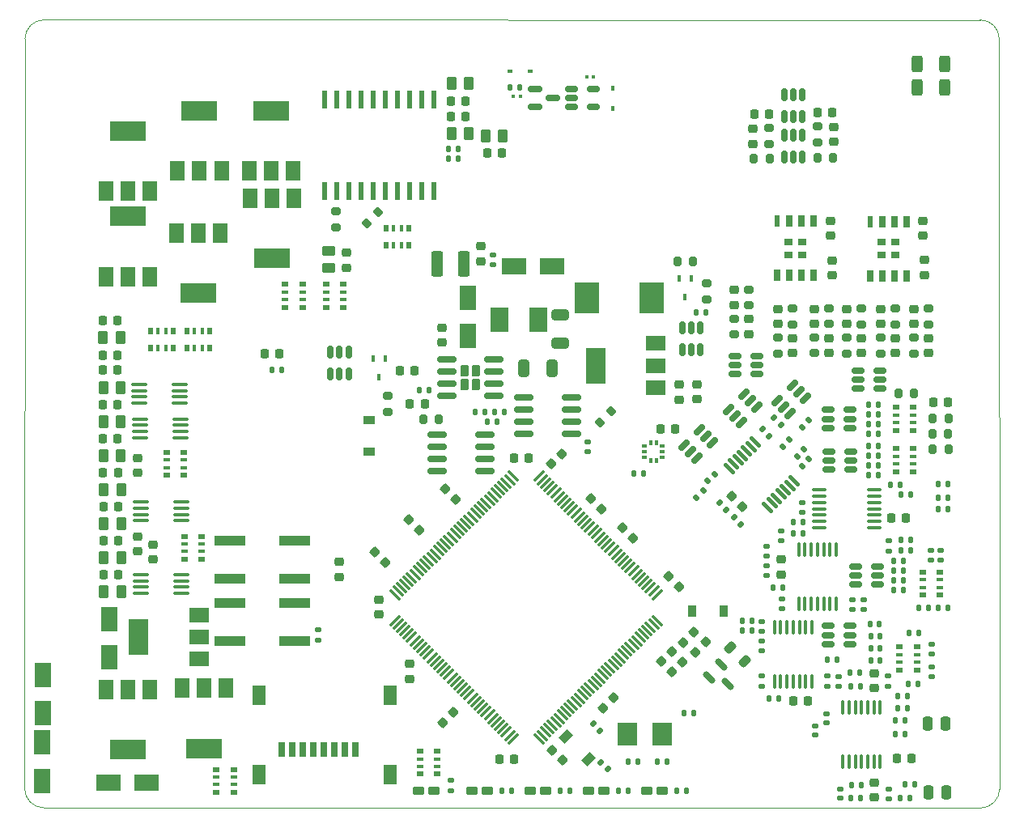
<source format=gbr>
G04 #@! TF.GenerationSoftware,KiCad,Pcbnew,(6.0.1)*
G04 #@! TF.CreationDate,2022-08-30T16:06:41+01:00*
G04 #@! TF.ProjectId,polygonus-Shortage-Version,706f6c79-676f-46e7-9573-2d53686f7274,rev?*
G04 #@! TF.SameCoordinates,Original*
G04 #@! TF.FileFunction,Paste,Top*
G04 #@! TF.FilePolarity,Positive*
%FSLAX46Y46*%
G04 Gerber Fmt 4.6, Leading zero omitted, Abs format (unit mm)*
G04 Created by KiCad (PCBNEW (6.0.1)) date 2022-08-30 16:06:41*
%MOMM*%
%LPD*%
G01*
G04 APERTURE LIST*
G04 Aperture macros list*
%AMRoundRect*
0 Rectangle with rounded corners*
0 $1 Rounding radius*
0 $2 $3 $4 $5 $6 $7 $8 $9 X,Y pos of 4 corners*
0 Add a 4 corners polygon primitive as box body*
4,1,4,$2,$3,$4,$5,$6,$7,$8,$9,$2,$3,0*
0 Add four circle primitives for the rounded corners*
1,1,$1+$1,$2,$3*
1,1,$1+$1,$4,$5*
1,1,$1+$1,$6,$7*
1,1,$1+$1,$8,$9*
0 Add four rect primitives between the rounded corners*
20,1,$1+$1,$2,$3,$4,$5,0*
20,1,$1+$1,$4,$5,$6,$7,0*
20,1,$1+$1,$6,$7,$8,$9,0*
20,1,$1+$1,$8,$9,$2,$3,0*%
%AMRotRect*
0 Rectangle, with rotation*
0 The origin of the aperture is its center*
0 $1 length*
0 $2 width*
0 $3 Rotation angle, in degrees counterclockwise*
0 Add horizontal line*
21,1,$1,$2,0,0,$3*%
G04 Aperture macros list end*
G04 #@! TA.AperFunction,Profile*
%ADD10C,0.050000*%
G04 #@! TD*
%ADD11RoundRect,0.225000X0.250000X-0.225000X0.250000X0.225000X-0.250000X0.225000X-0.250000X-0.225000X0*%
%ADD12RoundRect,0.135000X-0.135000X-0.185000X0.135000X-0.185000X0.135000X0.185000X-0.135000X0.185000X0*%
%ADD13RoundRect,0.135000X0.226274X0.035355X0.035355X0.226274X-0.226274X-0.035355X-0.035355X-0.226274X0*%
%ADD14RoundRect,0.100000X0.100000X-0.637500X0.100000X0.637500X-0.100000X0.637500X-0.100000X-0.637500X0*%
%ADD15RoundRect,0.100000X0.637500X0.100000X-0.637500X0.100000X-0.637500X-0.100000X0.637500X-0.100000X0*%
%ADD16R,0.650000X1.310000*%
%ADD17R,0.600000X1.310000*%
%ADD18R,0.900000X0.795000*%
%ADD19RoundRect,0.225000X-0.250000X0.225000X-0.250000X-0.225000X0.250000X-0.225000X0.250000X0.225000X0*%
%ADD20RoundRect,0.135000X-0.226274X-0.035355X-0.035355X-0.226274X0.226274X0.035355X0.035355X0.226274X0*%
%ADD21RoundRect,0.225000X-0.225000X-0.250000X0.225000X-0.250000X0.225000X0.250000X-0.225000X0.250000X0*%
%ADD22RoundRect,0.225000X0.017678X-0.335876X0.335876X-0.017678X-0.017678X0.335876X-0.335876X0.017678X0*%
%ADD23RoundRect,0.140000X-0.140000X-0.170000X0.140000X-0.170000X0.140000X0.170000X-0.140000X0.170000X0*%
%ADD24RoundRect,0.225000X0.335876X0.017678X0.017678X0.335876X-0.335876X-0.017678X-0.017678X-0.335876X0*%
%ADD25RoundRect,0.225000X-0.335876X-0.017678X-0.017678X-0.335876X0.335876X0.017678X0.017678X0.335876X0*%
%ADD26RoundRect,0.218750X0.424264X0.114905X0.114905X0.424264X-0.424264X-0.114905X-0.114905X-0.424264X0*%
%ADD27RoundRect,0.200000X0.200000X0.275000X-0.200000X0.275000X-0.200000X-0.275000X0.200000X-0.275000X0*%
%ADD28R,0.800000X0.500000*%
%ADD29R,0.800000X0.400000*%
%ADD30RoundRect,0.100000X0.521491X-0.380070X-0.380070X0.521491X-0.521491X0.380070X0.380070X-0.521491X0*%
%ADD31R,0.500000X0.800000*%
%ADD32R,0.400000X0.800000*%
%ADD33RoundRect,0.135000X0.135000X0.185000X-0.135000X0.185000X-0.135000X-0.185000X0.135000X-0.185000X0*%
%ADD34RoundRect,0.225000X0.225000X0.250000X-0.225000X0.250000X-0.225000X-0.250000X0.225000X-0.250000X0*%
%ADD35RoundRect,0.075000X0.521491X-0.415425X-0.415425X0.521491X-0.521491X0.415425X0.415425X-0.521491X0*%
%ADD36RoundRect,0.075000X0.521491X0.415425X0.415425X0.521491X-0.521491X-0.415425X-0.415425X-0.521491X0*%
%ADD37RoundRect,0.250000X-0.325000X-0.650000X0.325000X-0.650000X0.325000X0.650000X-0.325000X0.650000X0*%
%ADD38RoundRect,0.200000X-0.200000X-0.275000X0.200000X-0.275000X0.200000X0.275000X-0.200000X0.275000X0*%
%ADD39RoundRect,0.140000X0.140000X0.170000X-0.140000X0.170000X-0.140000X-0.170000X0.140000X-0.170000X0*%
%ADD40R,2.500000X1.800000*%
%ADD41RoundRect,0.250000X-0.262500X-0.450000X0.262500X-0.450000X0.262500X0.450000X-0.262500X0.450000X0*%
%ADD42RoundRect,0.100000X0.712500X0.100000X-0.712500X0.100000X-0.712500X-0.100000X0.712500X-0.100000X0*%
%ADD43RoundRect,0.212500X0.400000X0.212500X-0.400000X0.212500X-0.400000X-0.212500X0.400000X-0.212500X0*%
%ADD44RoundRect,0.135000X-0.185000X0.135000X-0.185000X-0.135000X0.185000X-0.135000X0.185000X0.135000X0*%
%ADD45RoundRect,0.200000X-0.275000X0.200000X-0.275000X-0.200000X0.275000X-0.200000X0.275000X0.200000X0*%
%ADD46RoundRect,0.200000X0.275000X-0.200000X0.275000X0.200000X-0.275000X0.200000X-0.275000X-0.200000X0*%
%ADD47R,1.200000X0.900000*%
%ADD48RoundRect,0.250000X0.312500X0.625000X-0.312500X0.625000X-0.312500X-0.625000X0.312500X-0.625000X0*%
%ADD49RoundRect,0.250000X-0.312500X-0.625000X0.312500X-0.625000X0.312500X0.625000X-0.312500X0.625000X0*%
%ADD50RoundRect,0.150000X0.150000X-0.512500X0.150000X0.512500X-0.150000X0.512500X-0.150000X-0.512500X0*%
%ADD51R,0.450000X0.700000*%
%ADD52RoundRect,0.135000X0.185000X-0.135000X0.185000X0.135000X-0.185000X0.135000X-0.185000X-0.135000X0*%
%ADD53R,2.500000X3.300000*%
%ADD54RoundRect,0.135000X-0.035355X0.226274X-0.226274X0.035355X0.035355X-0.226274X0.226274X-0.035355X0*%
%ADD55RoundRect,0.135000X0.035355X-0.226274X0.226274X-0.035355X-0.035355X0.226274X-0.226274X0.035355X0*%
%ADD56RoundRect,0.150000X0.512500X0.150000X-0.512500X0.150000X-0.512500X-0.150000X0.512500X-0.150000X0*%
%ADD57RoundRect,0.140000X-0.170000X0.140000X-0.170000X-0.140000X0.170000X-0.140000X0.170000X0.140000X0*%
%ADD58RoundRect,0.140000X0.170000X-0.140000X0.170000X0.140000X-0.170000X0.140000X-0.170000X-0.140000X0*%
%ADD59RoundRect,0.100000X-0.100000X0.637500X-0.100000X-0.637500X0.100000X-0.637500X0.100000X0.637500X0*%
%ADD60R,2.000000X1.500000*%
%ADD61R,2.000000X3.800000*%
%ADD62R,2.000000X2.400000*%
%ADD63RoundRect,0.230000X-0.230000X-0.375000X0.230000X-0.375000X0.230000X0.375000X-0.230000X0.375000X0*%
%ADD64RoundRect,0.150000X-0.825000X-0.150000X0.825000X-0.150000X0.825000X0.150000X-0.825000X0.150000X0*%
%ADD65R,1.800000X2.500000*%
%ADD66RoundRect,0.150000X-0.150000X0.512500X-0.150000X-0.512500X0.150000X-0.512500X0.150000X0.512500X0*%
%ADD67RoundRect,0.250000X0.375000X1.075000X-0.375000X1.075000X-0.375000X-1.075000X0.375000X-1.075000X0*%
%ADD68RoundRect,0.200000X-0.053033X0.335876X-0.335876X0.053033X0.053033X-0.335876X0.335876X-0.053033X0*%
%ADD69R,1.900000X2.500000*%
%ADD70RoundRect,0.250000X-0.650000X0.325000X-0.650000X-0.325000X0.650000X-0.325000X0.650000X0.325000X0*%
%ADD71RoundRect,0.250000X-0.250000X-0.475000X0.250000X-0.475000X0.250000X0.475000X-0.250000X0.475000X0*%
%ADD72R,0.800000X1.500000*%
%ADD73R,1.450000X2.000000*%
%ADD74RoundRect,0.250000X-0.450000X0.262500X-0.450000X-0.262500X0.450000X-0.262500X0.450000X0.262500X0*%
%ADD75RoundRect,0.150000X-0.521491X0.309359X0.309359X-0.521491X0.521491X-0.309359X-0.309359X0.521491X0*%
%ADD76RoundRect,0.100000X-0.100000X0.175000X-0.100000X-0.175000X0.100000X-0.175000X0.100000X0.175000X0*%
%ADD77RoundRect,0.100000X-0.175000X0.100000X-0.175000X-0.100000X0.175000X-0.100000X0.175000X0.100000X0*%
%ADD78R,3.200000X1.000000*%
%ADD79R,0.900000X1.200000*%
%ADD80RotRect,0.900000X1.200000X315.000000*%
%ADD81R,0.450000X0.600000*%
%ADD82RoundRect,0.150000X-0.512500X-0.150000X0.512500X-0.150000X0.512500X0.150000X-0.512500X0.150000X0*%
%ADD83R,1.500000X2.000000*%
%ADD84R,3.800000X2.000000*%
%ADD85RoundRect,0.150000X0.256326X0.468458X-0.468458X-0.256326X-0.256326X-0.468458X0.468458X0.256326X0*%
%ADD86R,0.550000X1.950000*%
%ADD87RoundRect,0.200000X0.053033X-0.335876X0.335876X-0.053033X-0.053033X0.335876X-0.335876X0.053033X0*%
%ADD88RoundRect,0.079500X-0.079500X-0.100500X0.079500X-0.100500X0.079500X0.100500X-0.079500X0.100500X0*%
%ADD89RoundRect,0.150000X-0.587500X-0.150000X0.587500X-0.150000X0.587500X0.150000X-0.587500X0.150000X0*%
%ADD90R,0.600000X0.450000*%
%ADD91RoundRect,0.150000X0.825000X0.150000X-0.825000X0.150000X-0.825000X-0.150000X0.825000X-0.150000X0*%
%ADD92RoundRect,0.079500X0.079500X0.100500X-0.079500X0.100500X-0.079500X-0.100500X0.079500X-0.100500X0*%
G04 APERTURE END LIST*
D10*
X27598758Y70480030D02*
X27566743Y-7944264D01*
X29598758Y72480030D02*
G75*
G03*
X27598758Y70480030I-1J-1999999D01*
G01*
X127511245Y72474911D02*
X29598758Y72480030D01*
X29566743Y-9944264D02*
X127539293Y-9975264D01*
X127539293Y-9975264D02*
G75*
G03*
X129539293Y-7975264I1J1999999D01*
G01*
X129539293Y-7975264D02*
X129511245Y70474911D01*
X27566743Y-7944264D02*
G75*
G03*
X29566743Y-9944264I1999999J-1D01*
G01*
X129511245Y70474911D02*
G75*
G03*
X127511245Y72474911I-1999999J1D01*
G01*
D11*
G04 #@! TO.C,C1015*
X112003326Y45778948D03*
X112003326Y47328948D03*
G04 #@! TD*
D12*
G04 #@! TO.C,R902*
X123130975Y21307317D03*
X124150975Y21307317D03*
G04 #@! TD*
G04 #@! TO.C,R903*
X123142194Y22496586D03*
X124162194Y22496586D03*
G04 #@! TD*
G04 #@! TO.C,R904*
X123119755Y23887806D03*
X124139755Y23887806D03*
G04 #@! TD*
D13*
G04 #@! TO.C,R1007*
X88562124Y-5885124D03*
X87840876Y-5163876D03*
G04 #@! TD*
D14*
G04 #@! TO.C,U801*
X108540000Y11361500D03*
X109190000Y11361500D03*
X109840000Y11361500D03*
X110490000Y11361500D03*
X111140000Y11361500D03*
X111790000Y11361500D03*
X112440000Y11361500D03*
X112440000Y17086500D03*
X111790000Y17086500D03*
X111140000Y17086500D03*
X110490000Y17086500D03*
X109840000Y17086500D03*
X109190000Y17086500D03*
X108540000Y17086500D03*
G04 #@! TD*
D15*
G04 #@! TO.C,U901*
X116400500Y19386000D03*
X116400500Y20036000D03*
X116400500Y20686000D03*
X116400500Y21336000D03*
X116400500Y21986000D03*
X116400500Y22636000D03*
X116400500Y23286000D03*
X110675500Y23286000D03*
X110675500Y22636000D03*
X110675500Y21986000D03*
X110675500Y21336000D03*
X110675500Y20686000D03*
X110675500Y20036000D03*
X110675500Y19386000D03*
G04 #@! TD*
D16*
G04 #@! TO.C,U1004*
X119814671Y51392123D03*
X118544671Y51392123D03*
X117274671Y51392123D03*
D17*
X116004671Y51392123D03*
D16*
X116004671Y45702123D03*
X117274671Y45702123D03*
X118544671Y45702123D03*
X119814671Y45702123D03*
D18*
X118659671Y49209623D03*
X117159671Y47884623D03*
X118659671Y47884623D03*
X117159671Y49209623D03*
G04 #@! TD*
D16*
G04 #@! TO.C,U1005*
X110083142Y51429989D03*
X108813142Y51429989D03*
X107543142Y51429989D03*
D17*
X106273142Y51429989D03*
D16*
X106273142Y45739989D03*
X107543142Y45739989D03*
X108813142Y45739989D03*
X110083142Y45739989D03*
D18*
X108928142Y47922489D03*
X107428142Y49247489D03*
X107428142Y47922489D03*
X108928142Y49247489D03*
G04 #@! TD*
D19*
G04 #@! TO.C,C1016*
X121539912Y51428769D03*
X121539912Y49878769D03*
G04 #@! TD*
D11*
G04 #@! TO.C,C1017*
X121694368Y45805498D03*
X121694368Y47355498D03*
G04 #@! TD*
D19*
G04 #@! TO.C,C1018*
X111896736Y51445598D03*
X111896736Y49895598D03*
G04 #@! TD*
D20*
G04 #@! TO.C,R1006*
X87015376Y-1163376D03*
X87736624Y-1884624D03*
G04 #@! TD*
D21*
G04 #@! TO.C,C701*
X107937000Y1270000D03*
X109487000Y1270000D03*
G04 #@! TD*
D11*
G04 #@! TO.C,C801*
X106680000Y14465000D03*
X106680000Y16015000D03*
G04 #@! TD*
D21*
G04 #@! TO.C,C901*
X118194266Y20335608D03*
X119744266Y20335608D03*
G04 #@! TD*
D22*
G04 #@! TO.C,C1518*
X82636992Y25994992D03*
X83733008Y27091008D03*
G04 #@! TD*
D23*
G04 #@! TO.C,C1521*
X90706000Y-5080000D03*
X91666000Y-5080000D03*
G04 #@! TD*
D21*
G04 #@! TO.C,C1503*
X78727000Y26670000D03*
X80277000Y26670000D03*
G04 #@! TD*
D24*
G04 #@! TO.C,C1505*
X95290008Y4277992D03*
X94193992Y5374008D03*
G04 #@! TD*
G04 #@! TO.C,C1506*
X96052008Y13167992D03*
X94955992Y14264008D03*
G04 #@! TD*
D25*
G04 #@! TO.C,C1507*
X71587992Y23408008D03*
X72684008Y22311992D03*
G04 #@! TD*
D22*
G04 #@! TO.C,C1501*
X96479992Y7325992D03*
X97576008Y8422008D03*
G04 #@! TD*
G04 #@! TO.C,C1502*
X97749992Y6309992D03*
X98846008Y7406008D03*
G04 #@! TD*
D24*
G04 #@! TO.C,C1101*
X102656008Y21549992D03*
X101559992Y22646008D03*
G04 #@! TD*
D26*
G04 #@! TO.C,FB1501*
X102859301Y5344699D03*
X101356699Y6847301D03*
G04 #@! TD*
D12*
G04 #@! TO.C,R901*
X119202315Y18098535D03*
X120222315Y18098535D03*
G04 #@! TD*
G04 #@! TO.C,R1502*
X96518000Y0D03*
X97538000Y0D03*
G04 #@! TD*
D27*
G04 #@! TO.C,R1101*
X124203537Y27547316D03*
X122553537Y27547316D03*
G04 #@! TD*
G04 #@! TO.C,R1102*
X124169878Y29129268D03*
X122519878Y29129268D03*
G04 #@! TD*
G04 #@! TO.C,R1103*
X124181098Y30789757D03*
X122531098Y30789757D03*
G04 #@! TD*
G04 #@! TO.C,R1104*
X120586000Y33401000D03*
X118936000Y33401000D03*
G04 #@! TD*
D28*
G04 #@! TO.C,RN701*
X120887074Y4487074D03*
D29*
X120887074Y5287074D03*
X120887074Y6087074D03*
D28*
X120887074Y6887074D03*
X119087074Y6887074D03*
D29*
X119087074Y6087074D03*
X119087074Y5287074D03*
D28*
X119087074Y4487074D03*
G04 #@! TD*
G04 #@! TO.C,RN801*
X123301709Y12312926D03*
D29*
X123301709Y13112926D03*
X123301709Y13912926D03*
D28*
X123301709Y14712926D03*
X121501709Y14712926D03*
D29*
X121501709Y13912926D03*
X121501709Y13112926D03*
D28*
X121501709Y12312926D03*
G04 #@! TD*
G04 #@! TO.C,RN901*
X120534000Y25216000D03*
D29*
X120534000Y26016000D03*
X120534000Y26816000D03*
D28*
X120534000Y27616000D03*
X118734000Y27616000D03*
D29*
X118734000Y26816000D03*
X118734000Y26016000D03*
D28*
X118734000Y25216000D03*
G04 #@! TD*
G04 #@! TO.C,RN1101*
X120534000Y29534000D03*
D29*
X120534000Y30334000D03*
X120534000Y31134000D03*
D28*
X120534000Y31934000D03*
X118734000Y31934000D03*
D29*
X118734000Y31134000D03*
X118734000Y30334000D03*
D28*
X118734000Y29534000D03*
G04 #@! TD*
D30*
G04 #@! TO.C,U1101*
X105293235Y21489049D03*
X105752854Y21948668D03*
X106212474Y22408287D03*
X106672093Y22867907D03*
X107131713Y23327526D03*
X107591332Y23787146D03*
X108050951Y24246765D03*
X104002765Y28294951D03*
X103543146Y27835332D03*
X103083526Y27375713D03*
X102623907Y26916093D03*
X102164287Y26456474D03*
X101704668Y25996854D03*
X101245049Y25537235D03*
G04 #@! TD*
D21*
G04 #@! TO.C,C1516*
X52662462Y37533142D03*
X54212462Y37533142D03*
G04 #@! TD*
D12*
G04 #@! TO.C,R1501*
X53400730Y35884875D03*
X54420730Y35884875D03*
G04 #@! TD*
D19*
G04 #@! TO.C,C1301*
X61218413Y48102703D03*
X61218413Y46552703D03*
G04 #@! TD*
D21*
G04 #@! TO.C,C1302*
X75971164Y58519287D03*
X77521164Y58519287D03*
G04 #@! TD*
D31*
G04 #@! TO.C,RN1301*
X67750175Y50664268D03*
D32*
X66950175Y50664268D03*
X66150175Y50664268D03*
D31*
X65350175Y50664268D03*
X65350175Y48864268D03*
D32*
X66150175Y48864268D03*
X66950175Y48864268D03*
D31*
X67750175Y48864268D03*
G04 #@! TD*
D19*
G04 #@! TO.C,C1523*
X97854133Y34331095D03*
X97854133Y32781095D03*
G04 #@! TD*
D33*
G04 #@! TO.C,R1504*
X98808000Y41910000D03*
X97788000Y41910000D03*
G04 #@! TD*
D14*
G04 #@! TO.C,U701*
X106000000Y3233500D03*
X106650000Y3233500D03*
X107300000Y3233500D03*
X107950000Y3233500D03*
X108600000Y3233500D03*
X109250000Y3233500D03*
X109900000Y3233500D03*
X109900000Y8958500D03*
X109250000Y8958500D03*
X108600000Y8958500D03*
X107950000Y8958500D03*
X107300000Y8958500D03*
X106650000Y8958500D03*
X106000000Y8958500D03*
G04 #@! TD*
D25*
G04 #@! TO.C,C1508*
X67777992Y20207608D03*
X68874008Y19111592D03*
G04 #@! TD*
D24*
G04 #@! TO.C,C1509*
X91226008Y18247992D03*
X90129992Y19344008D03*
G04 #@! TD*
D19*
G04 #@! TO.C,C1510*
X67818000Y5093000D03*
X67818000Y3543000D03*
G04 #@! TD*
D34*
G04 #@! TO.C,C1511*
X78753000Y-4826000D03*
X77203000Y-4826000D03*
G04 #@! TD*
D11*
G04 #@! TO.C,C1513*
X64643000Y10274000D03*
X64643000Y11824000D03*
G04 #@! TD*
D22*
G04 #@! TO.C,C1515*
X88097992Y467992D03*
X89194008Y1564008D03*
G04 #@! TD*
D35*
G04 #@! TO.C,U1501*
X81352342Y-2726710D03*
X81705895Y-2373157D03*
X82059449Y-2019604D03*
X82413002Y-1666050D03*
X82766555Y-1312497D03*
X83120109Y-958943D03*
X83473662Y-605390D03*
X83827215Y-251837D03*
X84180769Y101717D03*
X84534322Y455270D03*
X84887876Y808824D03*
X85241429Y1162377D03*
X85594982Y1515930D03*
X85948536Y1869484D03*
X86302089Y2223037D03*
X86655643Y2576590D03*
X87009196Y2930144D03*
X87362749Y3283697D03*
X87716303Y3637251D03*
X88069856Y3990804D03*
X88423410Y4344357D03*
X88776963Y4697911D03*
X89130516Y5051464D03*
X89484070Y5405018D03*
X89837623Y5758571D03*
X90191176Y6112124D03*
X90544730Y6465678D03*
X90898283Y6819231D03*
X91251837Y7172785D03*
X91605390Y7526338D03*
X91958943Y7879891D03*
X92312497Y8233445D03*
X92666050Y8586998D03*
X93019604Y8940551D03*
X93373157Y9294105D03*
X93726710Y9647658D03*
D36*
X93726710Y12352342D03*
X93373157Y12705895D03*
X93019604Y13059449D03*
X92666050Y13413002D03*
X92312497Y13766555D03*
X91958943Y14120109D03*
X91605390Y14473662D03*
X91251837Y14827215D03*
X90898283Y15180769D03*
X90544730Y15534322D03*
X90191176Y15887876D03*
X89837623Y16241429D03*
X89484070Y16594982D03*
X89130516Y16948536D03*
X88776963Y17302089D03*
X88423410Y17655643D03*
X88069856Y18009196D03*
X87716303Y18362749D03*
X87362749Y18716303D03*
X87009196Y19069856D03*
X86655643Y19423410D03*
X86302089Y19776963D03*
X85948536Y20130516D03*
X85594982Y20484070D03*
X85241429Y20837623D03*
X84887876Y21191176D03*
X84534322Y21544730D03*
X84180769Y21898283D03*
X83827215Y22251837D03*
X83473662Y22605390D03*
X83120109Y22958943D03*
X82766555Y23312497D03*
X82413002Y23666050D03*
X82059449Y24019604D03*
X81705895Y24373157D03*
X81352342Y24726710D03*
D35*
X78647658Y24726710D03*
X78294105Y24373157D03*
X77940551Y24019604D03*
X77586998Y23666050D03*
X77233445Y23312497D03*
X76879891Y22958943D03*
X76526338Y22605390D03*
X76172785Y22251837D03*
X75819231Y21898283D03*
X75465678Y21544730D03*
X75112124Y21191176D03*
X74758571Y20837623D03*
X74405018Y20484070D03*
X74051464Y20130516D03*
X73697911Y19776963D03*
X73344357Y19423410D03*
X72990804Y19069856D03*
X72637251Y18716303D03*
X72283697Y18362749D03*
X71930144Y18009196D03*
X71576590Y17655643D03*
X71223037Y17302089D03*
X70869484Y16948536D03*
X70515930Y16594982D03*
X70162377Y16241429D03*
X69808824Y15887876D03*
X69455270Y15534322D03*
X69101717Y15180769D03*
X68748163Y14827215D03*
X68394610Y14473662D03*
X68041057Y14120109D03*
X67687503Y13766555D03*
X67333950Y13413002D03*
X66980396Y13059449D03*
X66626843Y12705895D03*
X66273290Y12352342D03*
D36*
X66273290Y9647658D03*
X66626843Y9294105D03*
X66980396Y8940551D03*
X67333950Y8586998D03*
X67687503Y8233445D03*
X68041057Y7879891D03*
X68394610Y7526338D03*
X68748163Y7172785D03*
X69101717Y6819231D03*
X69455270Y6465678D03*
X69808824Y6112124D03*
X70162377Y5758571D03*
X70515930Y5405018D03*
X70869484Y5051464D03*
X71223037Y4697911D03*
X71576590Y4344357D03*
X71930144Y3990804D03*
X72283697Y3637251D03*
X72637251Y3283697D03*
X72990804Y2930144D03*
X73344357Y2576590D03*
X73697911Y2223037D03*
X74051464Y1869484D03*
X74405018Y1515930D03*
X74758571Y1162377D03*
X75112124Y808824D03*
X75465678Y455270D03*
X75819231Y101717D03*
X76172785Y-251837D03*
X76526338Y-605390D03*
X76879891Y-958943D03*
X77233445Y-1312497D03*
X77586998Y-1666050D03*
X77940551Y-2019604D03*
X78294105Y-2373157D03*
X78647658Y-2726710D03*
G04 #@! TD*
D34*
G04 #@! TO.C,C1002*
X68339000Y35814000D03*
X66789000Y35814000D03*
G04 #@! TD*
D37*
G04 #@! TO.C,C1004*
X79805000Y36068000D03*
X82755000Y36068000D03*
G04 #@! TD*
D38*
G04 #@! TO.C,R1004*
X95822000Y47244000D03*
X97472000Y47244000D03*
G04 #@! TD*
D39*
G04 #@! TO.C,C1522*
X94714000Y-5080000D03*
X93754000Y-5080000D03*
G04 #@! TD*
D24*
G04 #@! TO.C,C1504*
X87924008Y21295992D03*
X86827992Y22392008D03*
G04 #@! TD*
D28*
G04 #@! TO.C,RN501*
X49438751Y-8325729D03*
D29*
X49438751Y-7525729D03*
X49438751Y-6725729D03*
D28*
X49438751Y-5925729D03*
X47638751Y-5925729D03*
D29*
X47638751Y-6725729D03*
X47638751Y-7525729D03*
D28*
X47638751Y-8325729D03*
G04 #@! TD*
D31*
G04 #@! TO.C,RN201*
X44527547Y38147586D03*
D32*
X45327547Y38147586D03*
X46127547Y38147586D03*
D31*
X46927547Y38147586D03*
X46927547Y39947586D03*
D32*
X46127547Y39947586D03*
X45327547Y39947586D03*
D31*
X44527547Y39947586D03*
G04 #@! TD*
G04 #@! TO.C,RN301*
X40707013Y38147586D03*
D32*
X41507013Y38147586D03*
X42307013Y38147586D03*
D31*
X43107013Y38147586D03*
X43107013Y39947586D03*
D32*
X42307013Y39947586D03*
X41507013Y39947586D03*
D31*
X40707013Y39947586D03*
G04 #@! TD*
D11*
G04 #@! TO.C,C1006*
X75311000Y47231000D03*
X75311000Y48781000D03*
G04 #@! TD*
D40*
G04 #@! TO.C,D903*
X78772000Y46736000D03*
X82772000Y46736000D03*
G04 #@! TD*
D28*
G04 #@! TO.C,RN202*
X60892921Y42396889D03*
D29*
X60892921Y43196889D03*
X60892921Y43996889D03*
D28*
X60892921Y44796889D03*
X59092921Y44796889D03*
D29*
X59092921Y43996889D03*
X59092921Y43196889D03*
D28*
X59092921Y42396889D03*
G04 #@! TD*
G04 #@! TO.C,RN302*
X56624059Y42396889D03*
D29*
X56624059Y43196889D03*
X56624059Y43996889D03*
D28*
X56624059Y44796889D03*
X54824059Y44796889D03*
D29*
X54824059Y43996889D03*
X54824059Y43196889D03*
D28*
X54824059Y42396889D03*
G04 #@! TD*
G04 #@! TO.C,RN502*
X68932197Y-4025853D03*
D29*
X68932197Y-4825853D03*
X68932197Y-5625853D03*
D28*
X68932197Y-6425853D03*
X70732197Y-6425853D03*
D29*
X70732197Y-5625853D03*
X70732197Y-4825853D03*
D28*
X70732197Y-4025853D03*
G04 #@! TD*
D11*
G04 #@! TO.C,C1604*
X39417944Y16895591D03*
X39417944Y18445591D03*
G04 #@! TD*
D21*
G04 #@! TO.C,C1605*
X35811605Y14418165D03*
X37361605Y14418165D03*
G04 #@! TD*
G04 #@! TO.C,C1606*
X35811605Y17991793D03*
X37361605Y17991793D03*
G04 #@! TD*
D19*
G04 #@! TO.C,C1607*
X40957852Y17573129D03*
X40957852Y16023129D03*
G04 #@! TD*
D21*
G04 #@! TO.C,C1608*
X35798610Y21539431D03*
X37348610Y21539431D03*
G04 #@! TD*
G04 #@! TO.C,C1609*
X35759625Y25087070D03*
X37309625Y25087070D03*
G04 #@! TD*
D11*
G04 #@! TO.C,C1701*
X39371411Y25063581D03*
X39371411Y26613581D03*
G04 #@! TD*
D21*
G04 #@! TO.C,C1702*
X35754925Y28660698D03*
X37304925Y28660698D03*
G04 #@! TD*
G04 #@! TO.C,C1703*
X35728935Y32195341D03*
X37278935Y32195341D03*
G04 #@! TD*
G04 #@! TO.C,C1704*
X35714668Y41015081D03*
X37264668Y41015081D03*
G04 #@! TD*
G04 #@! TO.C,C1705*
X35720640Y35845890D03*
X37270640Y35845890D03*
G04 #@! TD*
G04 #@! TO.C,C1706*
X35702945Y37405291D03*
X37252945Y37405291D03*
G04 #@! TD*
D41*
G04 #@! TO.C,R1601*
X35869031Y12637848D03*
X37694031Y12637848D03*
G04 #@! TD*
G04 #@! TO.C,R1602*
X35869031Y16198482D03*
X37694031Y16198482D03*
G04 #@! TD*
G04 #@! TO.C,R1603*
X35856036Y19759115D03*
X37681036Y19759115D03*
G04 #@! TD*
G04 #@! TO.C,R1604*
X35845890Y23319748D03*
X37670890Y23319748D03*
G04 #@! TD*
G04 #@! TO.C,R1701*
X35806905Y26867386D03*
X37631905Y26867386D03*
G04 #@! TD*
G04 #@! TO.C,R1702*
X35804056Y30441014D03*
X37629056Y30441014D03*
G04 #@! TD*
G04 #@! TO.C,R1703*
X35793910Y33974608D03*
X37618910Y33974608D03*
G04 #@! TD*
G04 #@! TO.C,R1704*
X35772093Y39221769D03*
X37597093Y39221769D03*
G04 #@! TD*
D42*
G04 #@! TO.C,U1602*
X43967008Y12485208D03*
X43967008Y13135208D03*
X43967008Y13785208D03*
X43967008Y14435208D03*
X39742008Y14435208D03*
X39742008Y13785208D03*
X39742008Y13135208D03*
X39742008Y12485208D03*
G04 #@! TD*
G04 #@! TO.C,U1603*
X43967008Y20067797D03*
X43967008Y20717797D03*
X43967008Y21367797D03*
X43967008Y22017797D03*
X39742008Y22017797D03*
X39742008Y21367797D03*
X39742008Y20717797D03*
X39742008Y20067797D03*
G04 #@! TD*
G04 #@! TO.C,U1701*
X43881730Y28772205D03*
X43881730Y29422205D03*
X43881730Y30072205D03*
X43881730Y30722205D03*
X39656730Y30722205D03*
X39656730Y30072205D03*
X39656730Y29422205D03*
X39656730Y28772205D03*
G04 #@! TD*
G04 #@! TO.C,U1702*
X43798073Y32377947D03*
X43798073Y33027947D03*
X43798073Y33677947D03*
X43798073Y34327947D03*
X39573073Y34327947D03*
X39573073Y33677947D03*
X39573073Y33027947D03*
X39573073Y32377947D03*
G04 #@! TD*
D43*
G04 #@! TO.C,D1502*
X70408500Y-8128000D03*
X68783500Y-8128000D03*
G04 #@! TD*
D44*
G04 #@! TO.C,R1508*
X72136000Y-7110000D03*
X72136000Y-8130000D03*
G04 #@! TD*
D28*
G04 #@! TO.C,RN1601*
X46064463Y16053702D03*
D29*
X46064463Y16853702D03*
X46064463Y17653702D03*
D28*
X46064463Y18453702D03*
X44264463Y18453702D03*
D29*
X44264463Y17653702D03*
X44264463Y16853702D03*
D28*
X44264463Y16053702D03*
G04 #@! TD*
G04 #@! TO.C,RN1701*
X42416447Y27223760D03*
D29*
X42416447Y26423760D03*
X42416447Y25623760D03*
D28*
X42416447Y24823760D03*
X44216447Y24823760D03*
D29*
X44216447Y25623760D03*
X44216447Y26423760D03*
D28*
X44216447Y27223760D03*
G04 #@! TD*
D11*
G04 #@! TO.C,C1204*
X110169903Y40696474D03*
X110169903Y42246474D03*
G04 #@! TD*
G04 #@! TO.C,C1208*
X103319940Y39608627D03*
X103319940Y41158627D03*
G04 #@! TD*
G04 #@! TO.C,C1402*
X115092196Y37604500D03*
X115092196Y39154500D03*
G04 #@! TD*
G04 #@! TO.C,C1403*
X120556828Y40690713D03*
X120556828Y42240713D03*
G04 #@! TD*
G04 #@! TO.C,C1404*
X122080828Y37642713D03*
X122080828Y39192713D03*
G04 #@! TD*
G04 #@! TO.C,C1405*
X117080632Y40674706D03*
X117080632Y42224706D03*
G04 #@! TD*
G04 #@! TO.C,C1406*
X118604632Y37626706D03*
X118604632Y39176706D03*
G04 #@! TD*
G04 #@! TO.C,C1407*
X106349131Y40643085D03*
X106349131Y42193085D03*
G04 #@! TD*
G04 #@! TO.C,C1408*
X107881702Y37604825D03*
X107881702Y39154825D03*
G04 #@! TD*
D45*
G04 #@! TO.C,R1201*
X111693903Y42296474D03*
X111693903Y40646474D03*
G04 #@! TD*
D46*
G04 #@! TO.C,R1202*
X110169903Y37598474D03*
X110169903Y39248474D03*
G04 #@! TD*
D45*
G04 #@! TO.C,R1203*
X103319940Y44256627D03*
X103319940Y42606627D03*
G04 #@! TD*
D46*
G04 #@! TO.C,R1204*
X101795940Y39558627D03*
X101795940Y41208627D03*
G04 #@! TD*
D45*
G04 #@! TO.C,R1401*
X115092196Y42252500D03*
X115092196Y40602500D03*
G04 #@! TD*
D46*
G04 #@! TO.C,R1402*
X113568196Y37554500D03*
X113568196Y39204500D03*
G04 #@! TD*
D45*
G04 #@! TO.C,R1403*
X122080828Y42290713D03*
X122080828Y40640713D03*
G04 #@! TD*
D46*
G04 #@! TO.C,R1404*
X120556828Y37592713D03*
X120556828Y39242713D03*
G04 #@! TD*
D45*
G04 #@! TO.C,R1405*
X118604632Y42274706D03*
X118604632Y40624706D03*
G04 #@! TD*
D46*
G04 #@! TO.C,R1406*
X117080632Y37576706D03*
X117080632Y39226706D03*
G04 #@! TD*
D45*
G04 #@! TO.C,R1407*
X107881702Y42252825D03*
X107881702Y40602825D03*
G04 #@! TD*
D21*
G04 #@! TO.C,C1409*
X122603537Y32450246D03*
X124153537Y32450246D03*
G04 #@! TD*
D46*
G04 #@! TO.C,R1408*
X106357702Y37554825D03*
X106357702Y39204825D03*
G04 #@! TD*
D11*
G04 #@! TO.C,C1401*
X113568196Y40652500D03*
X113568196Y42202500D03*
G04 #@! TD*
G04 #@! TO.C,C1207*
X101795940Y42656627D03*
X101795940Y44206627D03*
G04 #@! TD*
G04 #@! TO.C,C1205*
X111693903Y37648474D03*
X111693903Y39198474D03*
G04 #@! TD*
D24*
G04 #@! TO.C,C1519*
X65318008Y15707992D03*
X64221992Y16804008D03*
G04 #@! TD*
D22*
G04 #@! TO.C,C1512*
X71333992Y-1056008D03*
X72430008Y40008D03*
G04 #@! TD*
D47*
G04 #@! TO.C,D1503*
X63597462Y27342595D03*
X63597462Y30642595D03*
G04 #@! TD*
D48*
G04 #@! TO.C,F101*
X123834448Y67857561D03*
X120909448Y67857561D03*
G04 #@! TD*
D49*
G04 #@! TO.C,F102*
X120909448Y65434146D03*
X123834448Y65434146D03*
G04 #@! TD*
D43*
G04 #@! TO.C,D1504*
X75996500Y-8128000D03*
X74371500Y-8128000D03*
G04 #@! TD*
G04 #@! TO.C,D1505*
X82092500Y-8128000D03*
X80467500Y-8128000D03*
G04 #@! TD*
G04 #@! TO.C,D1506*
X88188500Y-8128000D03*
X86563500Y-8128000D03*
G04 #@! TD*
G04 #@! TO.C,D1507*
X94284500Y-8128000D03*
X92659500Y-8128000D03*
G04 #@! TD*
D33*
G04 #@! TO.C,R1509*
X78488000Y-8128000D03*
X77468000Y-8128000D03*
G04 #@! TD*
G04 #@! TO.C,R1510*
X84584000Y-8128000D03*
X83564000Y-8128000D03*
G04 #@! TD*
G04 #@! TO.C,R1511*
X90680000Y-8128000D03*
X89660000Y-8128000D03*
G04 #@! TD*
G04 #@! TO.C,R1512*
X96776000Y-8128000D03*
X95756000Y-8128000D03*
G04 #@! TD*
D50*
G04 #@! TO.C,U1502*
X59549201Y35442083D03*
X60499201Y35442083D03*
X61449201Y35442083D03*
X61449201Y37717083D03*
X60499201Y37717083D03*
X59549201Y37717083D03*
G04 #@! TD*
D51*
G04 #@! TO.C,D1*
X97297000Y45450000D03*
X95997000Y45450000D03*
X96647000Y43450000D03*
G04 #@! TD*
D52*
G04 #@! TO.C,R1513*
X58293000Y7618000D03*
X58293000Y8638000D03*
G04 #@! TD*
D11*
G04 #@! TO.C,C1517*
X60452000Y14211000D03*
X60452000Y15761000D03*
G04 #@! TD*
D53*
G04 #@! TO.C,D1001*
X86389000Y43434000D03*
X93189000Y43434000D03*
G04 #@! TD*
D39*
G04 #@! TO.C,C1*
X117050731Y5485123D03*
X116090731Y5485123D03*
G04 #@! TD*
G04 #@! TO.C,C2*
X117013333Y6752357D03*
X116053333Y6752357D03*
G04 #@! TD*
G04 #@! TO.C,C3*
X117013333Y8001463D03*
X116053333Y8001463D03*
G04 #@! TD*
G04 #@! TO.C,C4*
X116948535Y9269269D03*
X115988535Y9269269D03*
G04 #@! TD*
G04 #@! TO.C,C5*
X119451414Y12830291D03*
X118491414Y12830291D03*
G04 #@! TD*
G04 #@! TO.C,C6*
X119451414Y13846291D03*
X118491414Y13846291D03*
G04 #@! TD*
G04 #@! TO.C,C7*
X119451414Y14862291D03*
X118491414Y14862291D03*
G04 #@! TD*
G04 #@! TO.C,C8*
X119451414Y15878291D03*
X118491414Y15878291D03*
G04 #@! TD*
G04 #@! TO.C,C9*
X116812000Y24892000D03*
X115852000Y24892000D03*
G04 #@! TD*
G04 #@! TO.C,C10*
X116812000Y25908000D03*
X115852000Y25908000D03*
G04 #@! TD*
G04 #@! TO.C,C11*
X116812000Y26924000D03*
X115852000Y26924000D03*
G04 #@! TD*
G04 #@! TO.C,C12*
X116812000Y27940000D03*
X115852000Y27940000D03*
G04 #@! TD*
G04 #@! TO.C,C13*
X116812000Y29210000D03*
X115852000Y29210000D03*
G04 #@! TD*
G04 #@! TO.C,C14*
X116812000Y30226000D03*
X115852000Y30226000D03*
G04 #@! TD*
G04 #@! TO.C,C15*
X116812000Y31242000D03*
X115852000Y31242000D03*
G04 #@! TD*
G04 #@! TO.C,C16*
X116812000Y32258000D03*
X115852000Y32258000D03*
G04 #@! TD*
D44*
G04 #@! TO.C,R2*
X111506000Y3812000D03*
X111506000Y2792000D03*
G04 #@! TD*
D12*
G04 #@! TO.C,R3*
X102614000Y9652000D03*
X103634000Y9652000D03*
G04 #@! TD*
D44*
G04 #@! TO.C,R5*
X104648000Y3812000D03*
X104648000Y2792000D03*
G04 #@! TD*
D33*
G04 #@! TO.C,R6*
X112524000Y5588000D03*
X111504000Y5588000D03*
G04 #@! TD*
G04 #@! TO.C,R7*
X103634000Y8636000D03*
X102614000Y8636000D03*
G04 #@! TD*
D52*
G04 #@! TO.C,R8*
X104648000Y6475000D03*
X104648000Y7495000D03*
G04 #@! TD*
D44*
G04 #@! TO.C,R10*
X114170249Y11813169D03*
X114170249Y10793169D03*
G04 #@! TD*
D52*
G04 #@! TO.C,R11*
X105210083Y16394023D03*
X105210083Y17414023D03*
G04 #@! TD*
D44*
G04 #@! TO.C,R12*
X106670598Y18987536D03*
X106670598Y17967536D03*
G04 #@! TD*
D12*
G04 #@! TO.C,R13*
X105870812Y13059024D03*
X106890812Y13059024D03*
G04 #@! TD*
D52*
G04 #@! TO.C,R14*
X115348298Y10776340D03*
X115348298Y11796340D03*
G04 #@! TD*
G04 #@! TO.C,R15*
X105191834Y14313579D03*
X105191834Y15333579D03*
G04 #@! TD*
D33*
G04 #@! TO.C,R16*
X108968000Y18796000D03*
X107948000Y18796000D03*
G04 #@! TD*
D52*
G04 #@! TO.C,R17*
X117988779Y16933414D03*
X117988779Y17953414D03*
G04 #@! TD*
D33*
G04 #@! TO.C,R18*
X119128000Y23876000D03*
X118108000Y23876000D03*
G04 #@! TD*
D20*
G04 #@! TO.C,R19*
X101747376Y20426624D03*
X102468624Y19705376D03*
G04 #@! TD*
D12*
G04 #@! TO.C,R20*
X107957643Y19923577D03*
X108977643Y19923577D03*
G04 #@! TD*
D33*
G04 #@! TO.C,R21*
X120215366Y16949755D03*
X119195366Y16949755D03*
G04 #@! TD*
G04 #@! TO.C,R22*
X120242193Y22792682D03*
X119222193Y22792682D03*
G04 #@! TD*
D20*
G04 #@! TO.C,R23*
X100223376Y21950624D03*
X100944624Y21229376D03*
G04 #@! TD*
D44*
G04 #@! TO.C,R24*
X108905853Y21991843D03*
X108905853Y20971843D03*
G04 #@! TD*
D54*
G04 #@! TO.C,R25*
X107548624Y28554624D03*
X106827376Y27833376D03*
G04 #@! TD*
G04 #@! TO.C,R26*
X109072624Y27538624D03*
X108351376Y26817376D03*
G04 #@! TD*
D20*
G04 #@! TO.C,R27*
X104730593Y29678182D03*
X105451841Y28956934D03*
G04 #@! TD*
D55*
G04 #@! TO.C,R28*
X98993517Y24246923D03*
X99714765Y24968171D03*
G04 #@! TD*
D54*
G04 #@! TO.C,R29*
X109580624Y30586624D03*
X108859376Y29865376D03*
G04 #@! TD*
D55*
G04 #@! TO.C,R30*
X108859376Y25801376D03*
X109580624Y26522624D03*
G04 #@! TD*
G04 #@! TO.C,R32*
X97825602Y22499375D03*
X98546850Y23220623D03*
G04 #@! TD*
D12*
G04 #@! TO.C,R801*
X123112198Y10966584D03*
X124132198Y10966584D03*
G04 #@! TD*
D33*
G04 #@! TO.C,R704*
X121106096Y8349268D03*
X120086096Y8349268D03*
G04 #@! TD*
D52*
G04 #@! TO.C,R804*
X123405365Y15930488D03*
X123405365Y16950488D03*
G04 #@! TD*
G04 #@! TO.C,R803*
X122350730Y15938617D03*
X122350730Y16958617D03*
G04 #@! TD*
D33*
G04 #@! TO.C,R802*
X122079026Y10983413D03*
X121059026Y10983413D03*
G04 #@! TD*
D52*
G04 #@! TO.C,R703*
X122447317Y6145121D03*
X122447317Y7165121D03*
G04 #@! TD*
D44*
G04 #@! TO.C,R702*
X122436097Y4775364D03*
X122436097Y3755364D03*
G04 #@! TD*
D33*
G04 #@! TO.C,R701*
X120982682Y2997558D03*
X119962682Y2997558D03*
G04 #@! TD*
D56*
G04 #@! TO.C,U1*
X113913500Y7178000D03*
X113913500Y8128000D03*
X113913500Y9078000D03*
X111638500Y9078000D03*
X111638500Y8128000D03*
X111638500Y7178000D03*
G04 #@! TD*
G04 #@! TO.C,U2*
X116738237Y13399269D03*
X116738237Y14349269D03*
X116738237Y15299269D03*
X114463237Y15299269D03*
X114463237Y14349269D03*
X114463237Y13399269D03*
G04 #@! TD*
G04 #@! TO.C,U3*
X113967517Y25448528D03*
X113967517Y26398528D03*
X113967517Y27348528D03*
X111692517Y27348528D03*
X111692517Y26398528D03*
X111692517Y25448528D03*
G04 #@! TD*
G04 #@! TO.C,U4*
X113913500Y29784000D03*
X113913500Y30734000D03*
X113913500Y31684000D03*
X111638500Y31684000D03*
X111638500Y30734000D03*
X111638500Y29784000D03*
G04 #@! TD*
D52*
G04 #@! TO.C,R4*
X104648000Y8507000D03*
X104648000Y9527000D03*
G04 #@! TD*
D20*
G04 #@! TO.C,R31*
X105948032Y30858496D03*
X106669280Y30137248D03*
G04 #@! TD*
D44*
G04 #@! TO.C,R9*
X106814634Y11930974D03*
X106814634Y10910974D03*
G04 #@! TD*
D12*
G04 #@! TO.C,R1*
X105408000Y1524000D03*
X106428000Y1524000D03*
G04 #@! TD*
D57*
G04 #@! TO.C,C23*
X112744875Y3733660D03*
X112744875Y2773660D03*
G04 #@! TD*
D58*
G04 #@! TO.C,C24*
X112848942Y-8964551D03*
X112848942Y-8004551D03*
G04 #@! TD*
D12*
G04 #@! TO.C,R44*
X113906584Y4218538D03*
X114926584Y4218538D03*
G04 #@! TD*
G04 #@! TO.C,R45*
X114006910Y-8925852D03*
X115026910Y-8925852D03*
G04 #@! TD*
G04 #@! TO.C,R46*
X113996340Y2793660D03*
X115016340Y2793660D03*
G04 #@! TD*
G04 #@! TO.C,R47*
X114029349Y-7564551D03*
X115049349Y-7564551D03*
G04 #@! TD*
D59*
G04 #@! TO.C,U5*
X117040976Y574940D03*
X116390976Y574940D03*
X115740976Y574940D03*
X115090976Y574940D03*
X114440976Y574940D03*
X113790976Y574940D03*
X113140976Y574940D03*
X113140976Y-5150060D03*
X113790976Y-5150060D03*
X114440976Y-5150060D03*
X115090976Y-5150060D03*
X115740976Y-5150060D03*
X116390976Y-5150060D03*
X117040976Y-5150060D03*
G04 #@! TD*
D19*
G04 #@! TO.C,C903*
X96012000Y34303000D03*
X96012000Y32753000D03*
G04 #@! TD*
D52*
G04 #@! TO.C,R906*
X76581000Y46861000D03*
X76581000Y47881000D03*
G04 #@! TD*
D60*
G04 #@! TO.C,U902*
X93574000Y34022000D03*
D61*
X87274000Y36322000D03*
D60*
X93574000Y36322000D03*
X93574000Y38622000D03*
G04 #@! TD*
D62*
G04 #@! TO.C,Y1501*
X90582007Y-2265893D03*
X94282007Y-2265893D03*
G04 #@! TD*
D34*
G04 #@! TO.C,C902*
X69417333Y32297551D03*
X67867333Y32297551D03*
G04 #@! TD*
D11*
G04 #@! TO.C,C904*
X71247000Y38722000D03*
X71247000Y40272000D03*
G04 #@! TD*
D33*
G04 #@! TO.C,R905*
X69852000Y33782000D03*
X68832000Y33782000D03*
G04 #@! TD*
D12*
G04 #@! TO.C,R908*
X76706000Y31496000D03*
X77726000Y31496000D03*
G04 #@! TD*
D63*
G04 #@! TO.C,U903*
X73598000Y34302000D03*
X74738000Y34302000D03*
X74738000Y35802000D03*
X73598000Y35802000D03*
D64*
X71693000Y36957000D03*
X71693000Y35687000D03*
X71693000Y34417000D03*
X71693000Y33147000D03*
X76643000Y33147000D03*
X76643000Y34417000D03*
X76643000Y35687000D03*
X76643000Y36957000D03*
G04 #@! TD*
D65*
G04 #@! TO.C,D901*
X73914000Y39402000D03*
X73914000Y43402000D03*
G04 #@! TD*
G04 #@! TO.C,D101*
X29441548Y3980689D03*
X29441548Y-19311D03*
G04 #@! TD*
D40*
G04 #@! TO.C,D102*
X36297124Y-7316291D03*
X40297124Y-7316291D03*
G04 #@! TD*
D65*
G04 #@! TO.C,D103*
X36410648Y9795957D03*
X36410648Y5795957D03*
G04 #@! TD*
G04 #@! TO.C,D104*
X29434480Y-7126837D03*
X29434480Y-3126837D03*
G04 #@! TD*
D33*
G04 #@! TO.C,R907*
X75694000Y31496000D03*
X74674000Y31496000D03*
G04 #@! TD*
D66*
G04 #@! TO.C,D1501*
X98232000Y40253500D03*
X97282000Y40253500D03*
X96332000Y40253500D03*
X96332000Y37978500D03*
X97282000Y37978500D03*
X98232000Y37978500D03*
G04 #@! TD*
D39*
G04 #@! TO.C,C905*
X76934000Y30480000D03*
X75974000Y30480000D03*
G04 #@! TD*
D67*
G04 #@! TO.C,L1002*
X73536000Y46990000D03*
X70736000Y46990000D03*
G04 #@! TD*
D12*
G04 #@! TO.C,R1105*
X71883511Y58985807D03*
X72903511Y58985807D03*
G04 #@! TD*
D68*
G04 #@! TO.C,R1106*
X64496741Y52343581D03*
X63330015Y51176855D03*
G04 #@! TD*
D12*
G04 #@! TO.C,R1107*
X71889483Y57958152D03*
X72909483Y57958152D03*
G04 #@! TD*
D45*
G04 #@! TO.C,R1108*
X60153259Y52416646D03*
X60153259Y50766646D03*
G04 #@! TD*
D69*
G04 #@! TO.C,L1001*
X77198000Y41148000D03*
X81298000Y41148000D03*
G04 #@! TD*
D70*
G04 #@! TO.C,C906*
X83566000Y41607000D03*
X83566000Y38657000D03*
G04 #@! TD*
D71*
G04 #@! TO.C,C1901*
X121978535Y-1109511D03*
X123878535Y-1109511D03*
G04 #@! TD*
D19*
G04 #@! TO.C,C21*
X116413658Y4118416D03*
X116413658Y2568416D03*
G04 #@! TD*
G04 #@! TO.C,C22*
X116470610Y-7320208D03*
X116470610Y-8870208D03*
G04 #@! TD*
D57*
G04 #@! TO.C,C25*
X111402922Y-105362D03*
X111402922Y-1065362D03*
G04 #@! TD*
G04 #@! TO.C,C26*
X110222996Y-1407667D03*
X110222996Y-2367667D03*
G04 #@! TD*
D71*
G04 #@! TO.C,C1902*
X122063903Y-8343658D03*
X123963903Y-8343658D03*
G04 #@! TD*
D44*
G04 #@! TO.C,R42*
X117856000Y3812000D03*
X117856000Y2792000D03*
G04 #@! TD*
D52*
G04 #@! TO.C,R43*
X117968782Y-8998291D03*
X117968782Y-7978291D03*
G04 #@! TD*
D12*
G04 #@! TO.C,R1901*
X118863169Y484386D03*
X119883169Y484386D03*
G04 #@! TD*
G04 #@! TO.C,R1902*
X119683986Y-7467315D03*
X120703986Y-7467315D03*
G04 #@! TD*
G04 #@! TO.C,R1903*
X118870000Y1778000D03*
X119890000Y1778000D03*
G04 #@! TD*
G04 #@! TO.C,R1904*
X119100571Y-8918373D03*
X120120571Y-8918373D03*
G04 #@! TD*
D34*
G04 #@! TO.C,C1903*
X120322071Y-4742193D03*
X118772071Y-4742193D03*
G04 #@! TD*
D12*
G04 #@! TO.C,R38*
X118617560Y-2202193D03*
X119637560Y-2202193D03*
G04 #@! TD*
G04 #@! TO.C,R40*
X118616000Y-762000D03*
X119636000Y-762000D03*
G04 #@! TD*
D72*
G04 #@! TO.C,J1*
X62128000Y-3836000D03*
X61028000Y-3836000D03*
X59928000Y-3836000D03*
X58828000Y-3836000D03*
X57728000Y-3836000D03*
X56628000Y-3836000D03*
X55528000Y-3836000D03*
X54428000Y-3836000D03*
D73*
X65803000Y1864000D03*
X52053000Y-6436000D03*
X52053000Y1864000D03*
X65803000Y-6436000D03*
G04 #@! TD*
D51*
G04 #@! TO.C,D2*
X65293000Y37068000D03*
X63993000Y37068000D03*
X64643000Y35068000D03*
G04 #@! TD*
D46*
G04 #@! TO.C,R33*
X65532000Y31458500D03*
X65532000Y33108500D03*
G04 #@! TD*
D74*
G04 #@! TO.C,R34*
X59405609Y48337666D03*
X59405609Y46512666D03*
G04 #@! TD*
D41*
G04 #@! TO.C,R35*
X75775187Y60361330D03*
X77600187Y60361330D03*
G04 #@! TD*
D75*
G04 #@! TO.C,U8*
X100465839Y5017664D03*
X99122336Y3674161D03*
X101119913Y3020087D03*
G04 #@! TD*
D76*
G04 #@! TO.C,U9*
X93645000Y28230000D03*
X93045000Y28230000D03*
D77*
X92420000Y27905000D03*
X92420000Y27305000D03*
X92420000Y26705000D03*
D76*
X93045000Y26380000D03*
X93645000Y26380000D03*
D77*
X94270000Y26705000D03*
X94270000Y27305000D03*
X94270000Y27905000D03*
G04 #@! TD*
D25*
G04 #@! TO.C,C1520*
X95273492Y6390008D03*
X96369508Y5293992D03*
G04 #@! TD*
D21*
G04 #@! TO.C,C20*
X94094000Y29718000D03*
X95644000Y29718000D03*
G04 #@! TD*
D44*
G04 #@! TO.C,R39*
X86487000Y28323000D03*
X86487000Y27303000D03*
G04 #@! TD*
D33*
G04 #@! TO.C,R41*
X92331000Y25019000D03*
X91311000Y25019000D03*
G04 #@! TD*
D78*
G04 #@! TO.C,SW1501*
X55818314Y18021456D03*
X49018314Y18021456D03*
X49018314Y14021456D03*
X55818314Y14021456D03*
G04 #@! TD*
G04 #@! TO.C,SW1502*
X55818314Y7466852D03*
X49018314Y7466852D03*
X49018314Y11466852D03*
X55818314Y11466852D03*
G04 #@! TD*
D79*
G04 #@! TO.C,D3*
X97410000Y10668000D03*
X100710000Y10668000D03*
G04 #@! TD*
D80*
G04 #@! TO.C,D4*
X84177274Y-2516274D03*
X86510726Y-4849726D03*
G04 #@! TD*
D25*
G04 #@! TO.C,C30*
X82763992Y-3896992D03*
X83860008Y-4993008D03*
G04 #@! TD*
D45*
G04 #@! TO.C,R1503*
X98933000Y44894000D03*
X98933000Y43244000D03*
G04 #@! TD*
D38*
G04 #@! TO.C,R50*
X103847171Y57945161D03*
X105497171Y57945161D03*
G04 #@! TD*
D45*
G04 #@! TO.C,R53*
X110543950Y61303421D03*
X110543950Y59653421D03*
G04 #@! TD*
D81*
G04 #@! TO.C,D6*
X89109396Y63217788D03*
X89109396Y65317788D03*
G04 #@! TD*
D82*
G04 #@! TO.C,U27*
X84806255Y65275912D03*
X84806255Y64325912D03*
X84806255Y63375912D03*
X87081255Y63375912D03*
X87081255Y65275912D03*
G04 #@! TD*
D66*
G04 #@! TO.C,U25*
X108895469Y64668575D03*
X107945469Y64668575D03*
X106995469Y64668575D03*
X106995469Y62393575D03*
X107945469Y62393575D03*
X108895469Y62393575D03*
G04 #@! TD*
D64*
G04 #@! TO.C,U6*
X79793271Y32940820D03*
X79793271Y31670820D03*
X79793271Y30400820D03*
X79793271Y29130820D03*
X84743271Y29130820D03*
X84743271Y30400820D03*
X84743271Y31670820D03*
X84743271Y32940820D03*
G04 #@! TD*
D34*
G04 #@! TO.C,C29*
X105416861Y62643166D03*
X103866861Y62643166D03*
G04 #@! TD*
D11*
G04 #@! TO.C,C28*
X112159558Y59694911D03*
X112159558Y61244911D03*
G04 #@! TD*
D83*
G04 #@! TO.C,U14*
X36055601Y54575816D03*
X38355601Y54575816D03*
X40655601Y54575816D03*
D84*
X38355601Y60875816D03*
G04 #@! TD*
D21*
G04 #@! TO.C,C18*
X72141460Y62351515D03*
X73691460Y62351515D03*
G04 #@! TD*
D85*
G04 #@! TO.C,U1208*
X99484038Y28257523D03*
X98812287Y28929274D03*
X98140536Y29601025D03*
X96531868Y27992357D03*
X97203619Y27320606D03*
X97875370Y26648855D03*
G04 #@! TD*
D27*
G04 #@! TO.C,R51*
X112133324Y58072557D03*
X110483324Y58072557D03*
G04 #@! TD*
D41*
G04 #@! TO.C,R49*
X72198885Y65801691D03*
X74023885Y65801691D03*
G04 #@! TD*
D21*
G04 #@! TO.C,C19*
X72146161Y63949902D03*
X73696161Y63949902D03*
G04 #@! TD*
D83*
G04 #@! TO.C,U13*
X43555348Y56681008D03*
X45855348Y56681008D03*
X48155348Y56681008D03*
D84*
X45855348Y62981008D03*
G04 #@! TD*
D38*
G04 #@! TO.C,R37*
X69259675Y30730561D03*
X70909675Y30730561D03*
G04 #@! TD*
D66*
G04 #@! TO.C,U26*
X108919206Y60376111D03*
X107969206Y60376111D03*
X107019206Y60376111D03*
X107019206Y58101111D03*
X107969206Y58101111D03*
X108919206Y58101111D03*
G04 #@! TD*
D45*
G04 #@! TO.C,R52*
X105413382Y61135490D03*
X105413382Y59485490D03*
G04 #@! TD*
D21*
G04 #@! TO.C,C31*
X110506492Y62812835D03*
X112056492Y62812835D03*
G04 #@! TD*
D82*
G04 #@! TO.C,U10*
X114707624Y35792186D03*
X114707624Y34842186D03*
X114707624Y33892186D03*
X116982624Y33892186D03*
X116982624Y34842186D03*
X116982624Y35792186D03*
G04 #@! TD*
D86*
G04 #@! TO.C,U12*
X58914941Y54595269D03*
X60184941Y54595269D03*
X61454941Y54595269D03*
X62724941Y54595269D03*
X63994941Y54595269D03*
X65264941Y54595269D03*
X66534941Y54595269D03*
X67804941Y54595269D03*
X69074941Y54595269D03*
X70344941Y54595269D03*
X70344941Y64095269D03*
X69074941Y64095269D03*
X67804941Y64095269D03*
X66534941Y64095269D03*
X65264941Y64095269D03*
X63994941Y64095269D03*
X62724941Y64095269D03*
X61454941Y64095269D03*
X60184941Y64095269D03*
X58914941Y64095269D03*
G04 #@! TD*
D87*
G04 #@! TO.C,R36*
X87746822Y30347740D03*
X88913548Y31514466D03*
G04 #@! TD*
D88*
G04 #@! TO.C,C33*
X86338882Y66466456D03*
X87028882Y66466456D03*
G04 #@! TD*
D83*
G04 #@! TO.C,U18*
X36063148Y45610595D03*
X38363148Y45610595D03*
X40663148Y45610595D03*
D84*
X38363148Y51910595D03*
G04 #@! TD*
D41*
G04 #@! TO.C,R48*
X72218378Y60558204D03*
X74043378Y60558204D03*
G04 #@! TD*
D82*
G04 #@! TO.C,U7*
X101865000Y37328934D03*
X101865000Y36378934D03*
X101865000Y35428934D03*
X104140000Y35428934D03*
X104140000Y36378934D03*
X104140000Y37328934D03*
G04 #@! TD*
D83*
G04 #@! TO.C,U20*
X48037918Y50207436D03*
X45737918Y50207436D03*
X43437918Y50207436D03*
D84*
X45737918Y43907436D03*
G04 #@! TD*
D89*
G04 #@! TO.C,IC1*
X80935791Y65270137D03*
X80935791Y63370137D03*
X82810791Y64320137D03*
G04 #@! TD*
D85*
G04 #@! TO.C,U1207*
X109256100Y32930243D03*
X108584349Y33601994D03*
X107912598Y34273745D03*
X106303930Y32665077D03*
X106975681Y31993326D03*
X107647432Y31321575D03*
G04 #@! TD*
D83*
G04 #@! TO.C,U19*
X55721118Y53815126D03*
X53421118Y53815126D03*
X51121118Y53815126D03*
D84*
X53421118Y47515126D03*
G04 #@! TD*
D83*
G04 #@! TO.C,U15*
X51047547Y56684781D03*
X53347547Y56684781D03*
X55647547Y56684781D03*
D84*
X53347547Y62984781D03*
G04 #@! TD*
D83*
G04 #@! TO.C,U22*
X48637787Y2544158D03*
X46337787Y2544158D03*
X44037787Y2544158D03*
D84*
X46337787Y-3755842D03*
G04 #@! TD*
D90*
G04 #@! TO.C,D5*
X78362877Y67121883D03*
X80462877Y67121883D03*
G04 #@! TD*
D85*
G04 #@! TO.C,U1202*
X104175597Y31936486D03*
X103503846Y32608237D03*
X102832095Y33279988D03*
X101223427Y31671320D03*
X101895178Y30999569D03*
X102566929Y30327818D03*
G04 #@! TD*
D91*
G04 #@! TO.C,U11*
X75700722Y25311728D03*
X75700722Y26581728D03*
X75700722Y27851728D03*
X75700722Y29121728D03*
X70750722Y29121728D03*
X70750722Y27851728D03*
X70750722Y26581728D03*
X70750722Y25311728D03*
G04 #@! TD*
D60*
G04 #@! TO.C,U21*
X45796154Y5606415D03*
X45796154Y7906415D03*
X45796154Y10206415D03*
D61*
X39496154Y7906415D03*
G04 #@! TD*
D83*
G04 #@! TO.C,U24*
X40684840Y2440198D03*
X38384840Y2440198D03*
X36084840Y2440198D03*
D84*
X38384840Y-3859802D03*
G04 #@! TD*
D11*
G04 #@! TO.C,C27*
X103760134Y59514444D03*
X103760134Y61064444D03*
G04 #@! TD*
D12*
G04 #@! TO.C,R54*
X78361935Y65429259D03*
X79381935Y65429259D03*
G04 #@! TD*
D92*
G04 #@! TO.C,C32*
X78701433Y64453919D03*
X79391433Y64453919D03*
G04 #@! TD*
M02*

</source>
